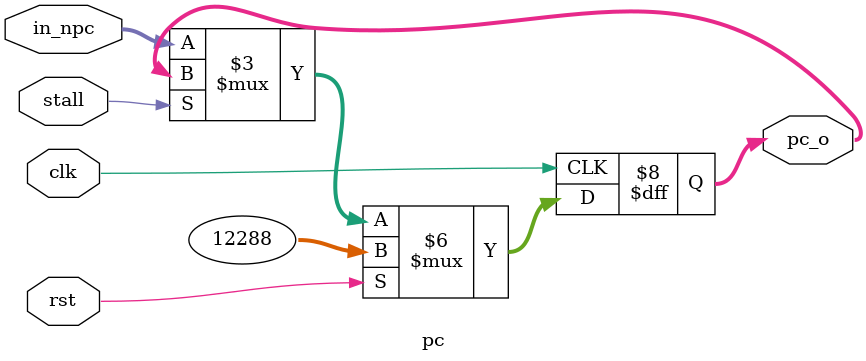
<source format=v>
`timescale 1ns / 1ps

module pc(
    input  wire clk,
    input  wire rst,
    input  wire stall,
    input  wire [31:0] in_npc,
	output reg  [31:0] pc_o
    );

    always @(posedge clk) begin
        if(rst) begin
            pc_o <= 32'h3000;
        end
        else begin
            if(stall) begin  //stallÊ±pcµÄÖµ²»±ä
                pc_o <= pc_o;
            end
            else begin
                pc_o <= in_npc;
            end
            
        end
    end

endmodule

</source>
